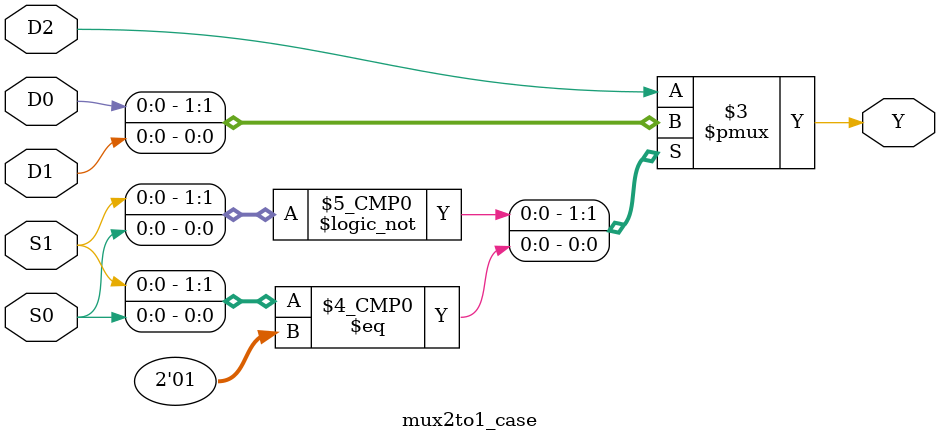
<source format=v>
module mux2to1_case (
    input D0,D1,D2,S0,S1,
    output reg Y
);

always @ (*) begin 
    case ({S1,S0})
        2'b00 : Y = D0;
        2'b01 : Y = D1;
        default : Y = D2;
            
    endcase
    end
endmodule
</source>
